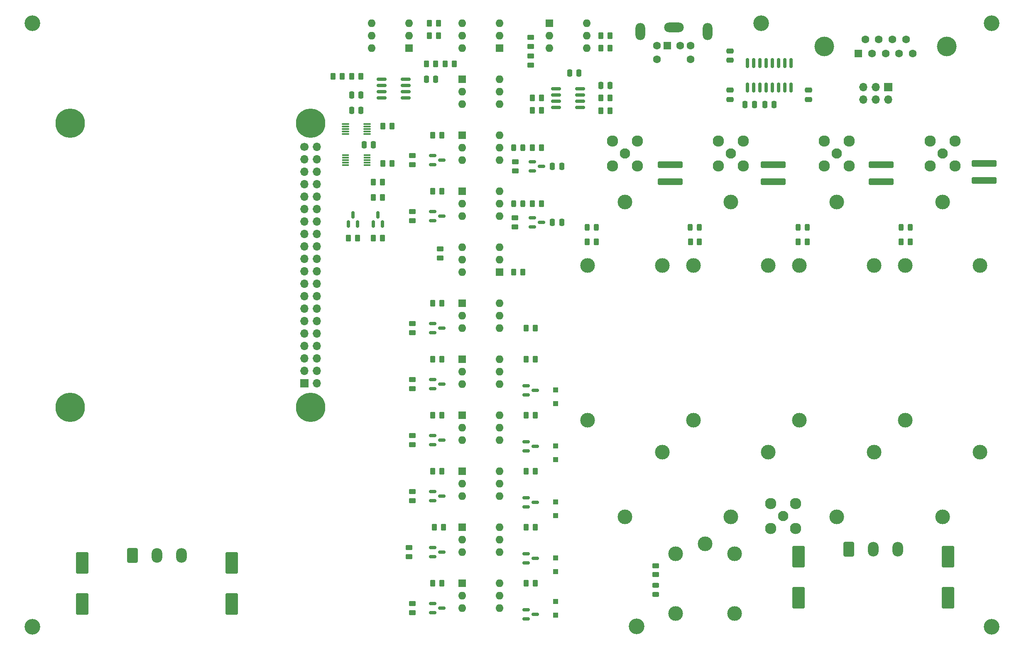
<source format=gbr>
%TF.GenerationSoftware,KiCad,Pcbnew,7.0.1*%
%TF.CreationDate,2023-03-27T20:51:40+10:00*%
%TF.ProjectId,RemoteHF,52656d6f-7465-4484-962e-6b696361645f,rev?*%
%TF.SameCoordinates,Original*%
%TF.FileFunction,Soldermask,Top*%
%TF.FilePolarity,Negative*%
%FSLAX46Y46*%
G04 Gerber Fmt 4.6, Leading zero omitted, Abs format (unit mm)*
G04 Created by KiCad (PCBNEW 7.0.1) date 2023-03-27 20:51:40*
%MOMM*%
%LPD*%
G01*
G04 APERTURE LIST*
G04 Aperture macros list*
%AMRoundRect*
0 Rectangle with rounded corners*
0 $1 Rounding radius*
0 $2 $3 $4 $5 $6 $7 $8 $9 X,Y pos of 4 corners*
0 Add a 4 corners polygon primitive as box body*
4,1,4,$2,$3,$4,$5,$6,$7,$8,$9,$2,$3,0*
0 Add four circle primitives for the rounded corners*
1,1,$1+$1,$2,$3*
1,1,$1+$1,$4,$5*
1,1,$1+$1,$6,$7*
1,1,$1+$1,$8,$9*
0 Add four rect primitives between the rounded corners*
20,1,$1+$1,$2,$3,$4,$5,0*
20,1,$1+$1,$4,$5,$6,$7,0*
20,1,$1+$1,$6,$7,$8,$9,0*
20,1,$1+$1,$8,$9,$2,$3,0*%
G04 Aperture macros list end*
%ADD10RoundRect,0.250000X-0.262500X-0.450000X0.262500X-0.450000X0.262500X0.450000X-0.262500X0.450000X0*%
%ADD11RoundRect,0.250000X0.450000X-0.262500X0.450000X0.262500X-0.450000X0.262500X-0.450000X-0.262500X0*%
%ADD12RoundRect,0.250000X-0.250000X-0.475000X0.250000X-0.475000X0.250000X0.475000X-0.250000X0.475000X0*%
%ADD13RoundRect,0.250000X-0.450000X0.262500X-0.450000X-0.262500X0.450000X-0.262500X0.450000X0.262500X0*%
%ADD14C,2.100000*%
%ADD15C,2.300000*%
%ADD16RoundRect,0.250000X0.262500X0.450000X-0.262500X0.450000X-0.262500X-0.450000X0.262500X-0.450000X0*%
%ADD17RoundRect,0.250000X-1.000000X1.950000X-1.000000X-1.950000X1.000000X-1.950000X1.000000X1.950000X0*%
%ADD18RoundRect,0.150000X-0.587500X-0.150000X0.587500X-0.150000X0.587500X0.150000X-0.587500X0.150000X0*%
%ADD19R,1.600000X1.600000*%
%ADD20O,1.600000X1.600000*%
%ADD21R,1.700000X1.700000*%
%ADD22O,1.700000X1.700000*%
%ADD23C,6.000000*%
%ADD24C,1.700000*%
%ADD25RoundRect,0.150000X0.150000X-0.850000X0.150000X0.850000X-0.150000X0.850000X-0.150000X-0.850000X0*%
%ADD26RoundRect,0.243750X0.243750X0.456250X-0.243750X0.456250X-0.243750X-0.456250X0.243750X-0.456250X0*%
%ADD27C,3.200000*%
%ADD28C,3.000000*%
%ADD29RoundRect,0.250000X0.300000X-0.300000X0.300000X0.300000X-0.300000X0.300000X-0.300000X-0.300000X0*%
%ADD30RoundRect,0.075000X0.650000X0.075000X-0.650000X0.075000X-0.650000X-0.075000X0.650000X-0.075000X0*%
%ADD31RoundRect,0.243750X-0.456250X0.243750X-0.456250X-0.243750X0.456250X-0.243750X0.456250X0.243750X0*%
%ADD32RoundRect,0.250000X0.250000X0.475000X-0.250000X0.475000X-0.250000X-0.475000X0.250000X-0.475000X0*%
%ADD33RoundRect,0.250000X-0.475000X0.250000X-0.475000X-0.250000X0.475000X-0.250000X0.475000X0.250000X0*%
%ADD34R,1.400000X0.300000*%
%ADD35RoundRect,0.250000X0.475000X-0.250000X0.475000X0.250000X-0.475000X0.250000X-0.475000X-0.250000X0*%
%ADD36RoundRect,0.316092X-0.783908X-1.183908X0.783908X-1.183908X0.783908X1.183908X-0.783908X1.183908X0*%
%ADD37O,2.200000X3.000000*%
%ADD38RoundRect,0.168831X-2.331169X0.481169X-2.331169X-0.481169X2.331169X-0.481169X2.331169X0.481169X0*%
%ADD39C,1.600000*%
%ADD40O,2.000000X3.500000*%
%ADD41O,4.000000X2.000000*%
%ADD42RoundRect,0.150000X0.150000X-0.587500X0.150000X0.587500X-0.150000X0.587500X-0.150000X-0.587500X0*%
%ADD43C,4.000000*%
%ADD44RoundRect,0.250000X-0.300000X0.300000X-0.300000X-0.300000X0.300000X-0.300000X0.300000X0.300000X0*%
%ADD45RoundRect,0.150000X0.825000X0.150000X-0.825000X0.150000X-0.825000X-0.150000X0.825000X-0.150000X0*%
%ADD46RoundRect,0.150000X-0.825000X-0.150000X0.825000X-0.150000X0.825000X0.150000X-0.825000X0.150000X0*%
G04 APERTURE END LIST*
D10*
%TO.C,R21*%
X122912500Y-25400000D03*
X124737500Y-25400000D03*
%TD*%
D11*
%TO.C,R54*%
X169000000Y-137912500D03*
X169000000Y-136087500D03*
%TD*%
D12*
%TO.C,C10*%
X109540000Y-50165000D03*
X111440000Y-50165000D03*
%TD*%
D13*
%TO.C,R38*%
X118755000Y-132437500D03*
X118755000Y-134262500D03*
%TD*%
D10*
%TO.C,R14*%
X126087500Y-33655000D03*
X127912500Y-33655000D03*
%TD*%
D14*
%TO.C,J8*%
X205935000Y-52000000D03*
D15*
X203395000Y-54540000D03*
X208475000Y-54540000D03*
X203395000Y-49460000D03*
X208475000Y-49460000D03*
%TD*%
D16*
%TO.C,R10*%
X113307500Y-60960000D03*
X111482500Y-60960000D03*
%TD*%
D10*
%TO.C,R26*%
X143867500Y-43180000D03*
X145692500Y-43180000D03*
%TD*%
D17*
%TO.C,C2*%
X52070000Y-135500000D03*
X52070000Y-143900000D03*
%TD*%
D10*
%TO.C,R42*%
X123547500Y-116840000D03*
X125372500Y-116840000D03*
%TD*%
D13*
%TO.C,R36*%
X119380000Y-109577500D03*
X119380000Y-111402500D03*
%TD*%
D10*
%TO.C,R45*%
X142597500Y-93980000D03*
X144422500Y-93980000D03*
%TD*%
%TO.C,R7*%
X111482500Y-69215000D03*
X113307500Y-69215000D03*
%TD*%
D18*
%TO.C,Q9*%
X123522500Y-98110000D03*
X123522500Y-100010000D03*
X125397500Y-99060000D03*
%TD*%
D19*
%TO.C,U17*%
X129540000Y-105425000D03*
D20*
X129540000Y-107965000D03*
X129540000Y-110505000D03*
X137160000Y-110505000D03*
X137160000Y-107965000D03*
X137160000Y-105425000D03*
%TD*%
D14*
%TO.C,J10*%
X195000000Y-126000000D03*
D15*
X197540000Y-128540000D03*
X197540000Y-123460000D03*
X192460000Y-128540000D03*
X192460000Y-123460000D03*
%TD*%
D16*
%TO.C,R15*%
X108862500Y-36195000D03*
X107037500Y-36195000D03*
%TD*%
D10*
%TO.C,R48*%
X142597500Y-128270000D03*
X144422500Y-128270000D03*
%TD*%
D21*
%TO.C,J2*%
X97390000Y-98900000D03*
D22*
X99930000Y-98900000D03*
X97390000Y-96360000D03*
X99930000Y-96360000D03*
X97390000Y-93820000D03*
X99930000Y-93820000D03*
X97390000Y-91280000D03*
X99930000Y-91280000D03*
X97390000Y-88740000D03*
X99930000Y-88740000D03*
X97390000Y-86200000D03*
X99930000Y-86200000D03*
X97390000Y-83660000D03*
X99930000Y-83660000D03*
X97390000Y-81120000D03*
X99930000Y-81120000D03*
X97390000Y-78580000D03*
X99930000Y-78580000D03*
X97390000Y-76040000D03*
X99930000Y-76040000D03*
X97390000Y-73500000D03*
X99930000Y-73500000D03*
X97390000Y-70960000D03*
X99930000Y-70960000D03*
X97390000Y-68420000D03*
X99930000Y-68420000D03*
X97390000Y-65880000D03*
X99930000Y-65880000D03*
X97390000Y-63340000D03*
X99930000Y-63340000D03*
X97390000Y-60800000D03*
X99930000Y-60800000D03*
X97390000Y-58260000D03*
X99930000Y-58260000D03*
X97390000Y-55720000D03*
X99930000Y-55720000D03*
X97390000Y-53180000D03*
X99930000Y-53180000D03*
D23*
X49660000Y-103770000D03*
X98660000Y-103770000D03*
D24*
X97390000Y-50640000D03*
D23*
X49660000Y-45770000D03*
X98660000Y-45770000D03*
D22*
X99930000Y-50640000D03*
%TD*%
D25*
%TO.C,U3*%
X187748249Y-38500000D03*
X189018249Y-38500000D03*
X190288249Y-38500000D03*
X191558249Y-38500000D03*
X192828249Y-38500000D03*
X194098249Y-38500000D03*
X195368249Y-38500000D03*
X196638249Y-38500000D03*
X196638249Y-33500000D03*
X195368249Y-33500000D03*
X194098249Y-33500000D03*
X192828249Y-33500000D03*
X191558249Y-33500000D03*
X190288249Y-33500000D03*
X189018249Y-33500000D03*
X187748249Y-33500000D03*
%TD*%
D13*
%TO.C,R18*%
X119380000Y-63857500D03*
X119380000Y-65682500D03*
%TD*%
D26*
%TO.C,D2*%
X141907500Y-62230000D03*
X140032500Y-62230000D03*
%TD*%
D18*
%TO.C,Q17*%
X142572500Y-133670000D03*
X142572500Y-135570000D03*
X144447500Y-134620000D03*
%TD*%
D16*
%TO.C,R9*%
X113307500Y-57785000D03*
X111482500Y-57785000D03*
%TD*%
D27*
%TO.C,REF\u002A\u002A*%
X190500000Y-25400000D03*
%TD*%
D28*
%TO.C,K2*%
X176745000Y-106405000D03*
X176745000Y-74805000D03*
X184345000Y-126105000D03*
X184345000Y-61855000D03*
X191945000Y-112905000D03*
X191945000Y-74805000D03*
%TD*%
D18*
%TO.C,Q16*%
X142572500Y-122240000D03*
X142572500Y-124140000D03*
X144447500Y-123190000D03*
%TD*%
%TO.C,Q6*%
X123522500Y-63820000D03*
X123522500Y-65720000D03*
X125397500Y-64770000D03*
%TD*%
D27*
%TO.C,REF\u002A\u002A*%
X165150000Y-148500000D03*
%TD*%
D13*
%TO.C,R27*%
X140407500Y-53697500D03*
X140407500Y-55522500D03*
%TD*%
D10*
%TO.C,R12*%
X113387500Y-53975000D03*
X115212500Y-53975000D03*
%TD*%
D12*
%TO.C,C4*%
X187243249Y-41990000D03*
X189143249Y-41990000D03*
%TD*%
D28*
%TO.C,K3*%
X198335000Y-106405000D03*
X198335000Y-74805000D03*
X205935000Y-126105000D03*
X205935000Y-61855000D03*
X213535000Y-112905000D03*
X213535000Y-74805000D03*
%TD*%
D29*
%TO.C,D9*%
X148590000Y-114430000D03*
X148590000Y-111630000D03*
%TD*%
%TO.C,D11*%
X148590000Y-137290000D03*
X148590000Y-134490000D03*
%TD*%
D30*
%TO.C,U5*%
X110150000Y-47990000D03*
X110150000Y-47490000D03*
X110150000Y-46990000D03*
X110150000Y-46490000D03*
X110150000Y-45990000D03*
X105750000Y-45990000D03*
X105750000Y-46490000D03*
X105750000Y-46990000D03*
X105750000Y-47490000D03*
X105750000Y-47990000D03*
%TD*%
D29*
%TO.C,D8*%
X148590000Y-103000000D03*
X148590000Y-100200000D03*
%TD*%
D12*
%TO.C,C19*%
X147960000Y-66040000D03*
X149860000Y-66040000D03*
%TD*%
D26*
%TO.C,D1*%
X141907500Y-50800000D03*
X140032500Y-50800000D03*
%TD*%
D13*
%TO.C,R23*%
X143510000Y-28297500D03*
X143510000Y-30122500D03*
%TD*%
D10*
%TO.C,R30*%
X157837500Y-27940000D03*
X159662500Y-27940000D03*
%TD*%
D16*
%TO.C,R4*%
X141882500Y-76200000D03*
X140057500Y-76200000D03*
%TD*%
D26*
%TO.C,D4*%
X177937500Y-67000000D03*
X176062500Y-67000000D03*
%TD*%
D31*
%TO.C,D7*%
X169000000Y-140062500D03*
X169000000Y-141937500D03*
%TD*%
D12*
%TO.C,C18*%
X147960000Y-54610000D03*
X149860000Y-54610000D03*
%TD*%
D32*
%TO.C,C15*%
X159700000Y-38100000D03*
X157800000Y-38100000D03*
%TD*%
D13*
%TO.C,R17*%
X119380000Y-52427500D03*
X119380000Y-54252500D03*
%TD*%
D18*
%TO.C,Q5*%
X123522500Y-52390000D03*
X123522500Y-54290000D03*
X125397500Y-53340000D03*
%TD*%
D33*
%TO.C,C8*%
X184193249Y-39050000D03*
X184193249Y-40950000D03*
%TD*%
D14*
%TO.C,J9*%
X227525000Y-52000000D03*
D15*
X224985000Y-54540000D03*
X230065000Y-54540000D03*
X224985000Y-49460000D03*
X230065000Y-49460000D03*
%TD*%
D10*
%TO.C,R13*%
X122277500Y-33655000D03*
X124102500Y-33655000D03*
%TD*%
D16*
%TO.C,R22*%
X124737500Y-27940000D03*
X122912500Y-27940000D03*
%TD*%
D34*
%TO.C,U6*%
X105750000Y-52340000D03*
X105750000Y-52840000D03*
X105750000Y-53340000D03*
X105750000Y-53840000D03*
X105750000Y-54340000D03*
X110150000Y-54340000D03*
X110150000Y-53840000D03*
X110150000Y-53340000D03*
X110150000Y-52840000D03*
X110150000Y-52340000D03*
%TD*%
D16*
%TO.C,R16*%
X105052500Y-36195000D03*
X103227500Y-36195000D03*
%TD*%
D28*
%TO.C,K5*%
X179070000Y-131650000D03*
X185070000Y-145850000D03*
X173070000Y-145850000D03*
X173070000Y-133650000D03*
X185070000Y-133650000D03*
%TD*%
D16*
%TO.C,R52*%
X199912500Y-70000000D03*
X198087500Y-70000000D03*
%TD*%
D35*
%TO.C,C7*%
X184193249Y-32950000D03*
X184193249Y-31050000D03*
%TD*%
D13*
%TO.C,R35*%
X119380000Y-98147500D03*
X119380000Y-99972500D03*
%TD*%
D28*
%TO.C,K1*%
X155155000Y-106405000D03*
X155155000Y-74805000D03*
X162755000Y-126105000D03*
X162755000Y-61855000D03*
X170355000Y-112905000D03*
X170355000Y-74805000D03*
%TD*%
D18*
%TO.C,Q18*%
X142572500Y-145100000D03*
X142572500Y-147000000D03*
X144447500Y-146050000D03*
%TD*%
%TO.C,Q1*%
X123522500Y-86680000D03*
X123522500Y-88580000D03*
X125397500Y-87630000D03*
%TD*%
D27*
%TO.C,REF\u002A\u002A*%
X237550000Y-148550000D03*
%TD*%
D10*
%TO.C,R49*%
X142597500Y-139700000D03*
X144422500Y-139700000D03*
%TD*%
%TO.C,R20*%
X123547500Y-59690000D03*
X125372500Y-59690000D03*
%TD*%
D19*
%TO.C,U2*%
X129550000Y-82565000D03*
D20*
X129550000Y-85105000D03*
X129550000Y-87645000D03*
X137170000Y-87645000D03*
X137170000Y-85105000D03*
X137170000Y-82565000D03*
%TD*%
D19*
%TO.C,U9*%
X137150000Y-30465000D03*
D20*
X137150000Y-27925000D03*
X137150000Y-25385000D03*
X129530000Y-25385000D03*
X129530000Y-27925000D03*
X129530000Y-30465000D03*
%TD*%
D10*
%TO.C,R33*%
X143867500Y-50800000D03*
X145692500Y-50800000D03*
%TD*%
%TO.C,R43*%
X123905000Y-128270000D03*
X125730000Y-128270000D03*
%TD*%
D13*
%TO.C,R1*%
X119380000Y-86717500D03*
X119380000Y-88542500D03*
%TD*%
D19*
%TO.C,U13*%
X129550000Y-59705000D03*
D20*
X129550000Y-62245000D03*
X129550000Y-64785000D03*
X137170000Y-64785000D03*
X137170000Y-62245000D03*
X137170000Y-59705000D03*
%TD*%
D13*
%TO.C,R37*%
X119380000Y-121007500D03*
X119380000Y-122832500D03*
%TD*%
D18*
%TO.C,Q13*%
X123522500Y-143830000D03*
X123522500Y-145730000D03*
X125397500Y-144780000D03*
%TD*%
D13*
%TO.C,R24*%
X143510000Y-32107500D03*
X143510000Y-33932500D03*
%TD*%
D19*
%TO.C,U18*%
X129550000Y-116855000D03*
D20*
X129550000Y-119395000D03*
X129550000Y-121935000D03*
X137170000Y-121935000D03*
X137170000Y-119395000D03*
X137170000Y-116855000D03*
%TD*%
D16*
%TO.C,R25*%
X145692500Y-40640000D03*
X143867500Y-40640000D03*
%TD*%
D12*
%TO.C,C11*%
X107000000Y-43180000D03*
X108900000Y-43180000D03*
%TD*%
D10*
%TO.C,R47*%
X142597500Y-116840000D03*
X144422500Y-116840000D03*
%TD*%
D36*
%TO.C,J3*%
X208360000Y-132720000D03*
D37*
X213360000Y-132720000D03*
X218360000Y-132720000D03*
%TD*%
D26*
%TO.C,D5*%
X199937500Y-67000000D03*
X198062500Y-67000000D03*
%TD*%
D27*
%TO.C,REF\u002A\u002A*%
X41950000Y-148550000D03*
%TD*%
D19*
%TO.C,U11*%
X147330000Y-25415000D03*
D20*
X147330000Y-27955000D03*
X147330000Y-30495000D03*
X154950000Y-30495000D03*
X154950000Y-27955000D03*
X154950000Y-25415000D03*
%TD*%
D17*
%TO.C,C3*%
X228600000Y-134230000D03*
X228600000Y-142630000D03*
%TD*%
D38*
%TO.C,GD3*%
X215000000Y-54250000D03*
X215000000Y-57750000D03*
%TD*%
D26*
%TO.C,D3*%
X156937500Y-67000000D03*
X155062500Y-67000000D03*
%TD*%
D19*
%TO.C,J5*%
X171410000Y-29915000D03*
D39*
X174010000Y-29915000D03*
X169310000Y-29915000D03*
X176110000Y-29915000D03*
X169310000Y-32715000D03*
X176110000Y-32715000D03*
D40*
X179560000Y-27065000D03*
D41*
X172710000Y-26265000D03*
D40*
X165860000Y-27065000D03*
%TD*%
D16*
%TO.C,R51*%
X177912500Y-70000000D03*
X176087500Y-70000000D03*
%TD*%
D10*
%TO.C,R34*%
X143867500Y-62230000D03*
X145692500Y-62230000D03*
%TD*%
%TO.C,R41*%
X123547500Y-105410000D03*
X125372500Y-105410000D03*
%TD*%
%TO.C,R29*%
X157837500Y-30480000D03*
X159662500Y-30480000D03*
%TD*%
D36*
%TO.C,J1*%
X62310000Y-133990000D03*
D37*
X67310000Y-133990000D03*
X72310000Y-133990000D03*
%TD*%
D42*
%TO.C,Q3*%
X111445000Y-66342500D03*
X113345000Y-66342500D03*
X112395000Y-64467500D03*
%TD*%
D10*
%TO.C,R19*%
X123547500Y-48260000D03*
X125372500Y-48260000D03*
%TD*%
D18*
%TO.C,Q11*%
X123522500Y-120970000D03*
X123522500Y-122870000D03*
X125397500Y-121920000D03*
%TD*%
D10*
%TO.C,R11*%
X113387500Y-46355000D03*
X115212500Y-46355000D03*
%TD*%
D17*
%TO.C,C1*%
X82550000Y-135500000D03*
X82550000Y-143900000D03*
%TD*%
D10*
%TO.C,R46*%
X142597500Y-105410000D03*
X144422500Y-105410000D03*
%TD*%
D43*
%TO.C,J4*%
X228390000Y-30140331D03*
X203390000Y-30140331D03*
D19*
X210350000Y-31560331D03*
D39*
X213120000Y-31560331D03*
X215890000Y-31560331D03*
X218660000Y-31560331D03*
X221430000Y-31560331D03*
X211735000Y-28720331D03*
X214505000Y-28720331D03*
X217275000Y-28720331D03*
X220045000Y-28720331D03*
%TD*%
D35*
%TO.C,C9*%
X200193249Y-40950000D03*
X200193249Y-39050000D03*
%TD*%
D38*
%TO.C,GD2*%
X193000000Y-54250000D03*
X193000000Y-57750000D03*
%TD*%
D10*
%TO.C,R5*%
X142597500Y-87630000D03*
X144422500Y-87630000D03*
%TD*%
%TO.C,R44*%
X123547500Y-139700000D03*
X125372500Y-139700000D03*
%TD*%
D19*
%TO.C,U16*%
X129550000Y-93995000D03*
D20*
X129550000Y-96535000D03*
X129550000Y-99075000D03*
X137170000Y-99075000D03*
X137170000Y-96535000D03*
X137170000Y-93995000D03*
%TD*%
D10*
%TO.C,R8*%
X106402500Y-69215000D03*
X108227500Y-69215000D03*
%TD*%
D18*
%TO.C,Q15*%
X142572500Y-110810000D03*
X142572500Y-112710000D03*
X144447500Y-111760000D03*
%TD*%
D44*
%TO.C,D12*%
X148590000Y-143380000D03*
X148590000Y-146180000D03*
%TD*%
D19*
%TO.C,U1*%
X137150000Y-76185000D03*
D20*
X137150000Y-73645000D03*
X137150000Y-71105000D03*
X129530000Y-71105000D03*
X129530000Y-73645000D03*
X129530000Y-76185000D03*
%TD*%
D27*
%TO.C,REF\u002A\u002A*%
X237550000Y-25400000D03*
%TD*%
D19*
%TO.C,U19*%
X129550000Y-128285000D03*
D20*
X129550000Y-130825000D03*
X129550000Y-133365000D03*
X137170000Y-133365000D03*
X137170000Y-130825000D03*
X137170000Y-128285000D03*
%TD*%
D10*
%TO.C,R40*%
X123547500Y-93980000D03*
X125372500Y-93980000D03*
%TD*%
D29*
%TO.C,D10*%
X148590000Y-125860000D03*
X148590000Y-123060000D03*
%TD*%
D32*
%TO.C,C12*%
X108900000Y-40005000D03*
X107000000Y-40005000D03*
%TD*%
D19*
%TO.C,U8*%
X118735000Y-30465000D03*
D20*
X118735000Y-27925000D03*
X118735000Y-25385000D03*
X111115000Y-25385000D03*
X111115000Y-27925000D03*
X111115000Y-30465000D03*
%TD*%
D45*
%TO.C,U4*%
X118045000Y-40640000D03*
X118045000Y-39370000D03*
X118045000Y-38100000D03*
X118045000Y-36830000D03*
X113095000Y-36830000D03*
X113095000Y-38100000D03*
X113095000Y-39370000D03*
X113095000Y-40640000D03*
%TD*%
D12*
%TO.C,C6*%
X191243249Y-42000000D03*
X193143249Y-42000000D03*
%TD*%
D21*
%TO.C,J11*%
X216470000Y-38390000D03*
D22*
X216470000Y-40930000D03*
X213930000Y-38390000D03*
X213930000Y-40930000D03*
X211390000Y-38390000D03*
X211390000Y-40930000D03*
%TD*%
D13*
%TO.C,R2*%
X125095000Y-71477500D03*
X125095000Y-73302500D03*
%TD*%
D26*
%TO.C,D6*%
X220937500Y-67000000D03*
X219062500Y-67000000D03*
%TD*%
D42*
%TO.C,Q4*%
X106365000Y-66342500D03*
X108265000Y-66342500D03*
X107315000Y-64467500D03*
%TD*%
D19*
%TO.C,U10*%
X129550000Y-36845000D03*
D20*
X129550000Y-39385000D03*
X129550000Y-41925000D03*
X137170000Y-41925000D03*
X137170000Y-39385000D03*
X137170000Y-36845000D03*
%TD*%
D10*
%TO.C,R31*%
X157837500Y-40640000D03*
X159662500Y-40640000D03*
%TD*%
D12*
%TO.C,C14*%
X122240000Y-36830000D03*
X124140000Y-36830000D03*
%TD*%
D14*
%TO.C,J7*%
X184345000Y-52000000D03*
D15*
X181805000Y-54540000D03*
X186885000Y-54540000D03*
X181805000Y-49460000D03*
X186885000Y-49460000D03*
%TD*%
D18*
%TO.C,Q7*%
X143872500Y-53660000D03*
X143872500Y-55560000D03*
X145747500Y-54610000D03*
%TD*%
D32*
%TO.C,C17*%
X153350000Y-35560000D03*
X151450000Y-35560000D03*
%TD*%
D19*
%TO.C,U12*%
X129550000Y-48275000D03*
D20*
X129550000Y-50815000D03*
X129550000Y-53355000D03*
X137170000Y-53355000D03*
X137170000Y-50815000D03*
X137170000Y-48275000D03*
%TD*%
D18*
%TO.C,Q14*%
X142572500Y-99380000D03*
X142572500Y-101280000D03*
X144447500Y-100330000D03*
%TD*%
%TO.C,Q8*%
X143842500Y-65090000D03*
X143842500Y-66990000D03*
X145717500Y-66040000D03*
%TD*%
D19*
%TO.C,U20*%
X129550000Y-139715000D03*
D20*
X129550000Y-142255000D03*
X129550000Y-144795000D03*
X137170000Y-144795000D03*
X137170000Y-142255000D03*
X137170000Y-139715000D03*
%TD*%
D38*
%TO.C,GD1*%
X172000000Y-54250000D03*
X172000000Y-57750000D03*
%TD*%
D10*
%TO.C,R32*%
X157837500Y-43220000D03*
X159662500Y-43220000D03*
%TD*%
D16*
%TO.C,R50*%
X156912500Y-70000000D03*
X155087500Y-70000000D03*
%TD*%
D18*
%TO.C,Q12*%
X123522500Y-132400000D03*
X123522500Y-134300000D03*
X125397500Y-133350000D03*
%TD*%
D38*
%TO.C,GD4*%
X236000000Y-54000000D03*
X236000000Y-57500000D03*
%TD*%
D16*
%TO.C,R53*%
X220912500Y-70000000D03*
X219087500Y-70000000D03*
%TD*%
D46*
%TO.C,U7*%
X148655000Y-38735000D03*
X148655000Y-40005000D03*
X148655000Y-41275000D03*
X148655000Y-42545000D03*
X153605000Y-42545000D03*
X153605000Y-41275000D03*
X153605000Y-40005000D03*
X153605000Y-38735000D03*
%TD*%
D27*
%TO.C,REF\u002A\u002A*%
X41900000Y-25350000D03*
%TD*%
D17*
%TO.C,C5*%
X198120000Y-134230000D03*
X198120000Y-142630000D03*
%TD*%
D28*
%TO.C,K4*%
X219925000Y-106405000D03*
X219925000Y-74805000D03*
X227525000Y-126105000D03*
X227525000Y-61855000D03*
X235125000Y-112905000D03*
X235125000Y-74805000D03*
%TD*%
D13*
%TO.C,R28*%
X140325000Y-65127500D03*
X140325000Y-66952500D03*
%TD*%
D18*
%TO.C,Q10*%
X123522500Y-109540000D03*
X123522500Y-111440000D03*
X125397500Y-110490000D03*
%TD*%
D13*
%TO.C,R39*%
X119380000Y-143867500D03*
X119380000Y-145692500D03*
%TD*%
D16*
%TO.C,R3*%
X125372500Y-82550000D03*
X123547500Y-82550000D03*
%TD*%
D14*
%TO.C,J6*%
X162755000Y-52000000D03*
D15*
X160215000Y-54540000D03*
X165295000Y-54540000D03*
X160215000Y-49460000D03*
X165295000Y-49460000D03*
%TD*%
M02*

</source>
